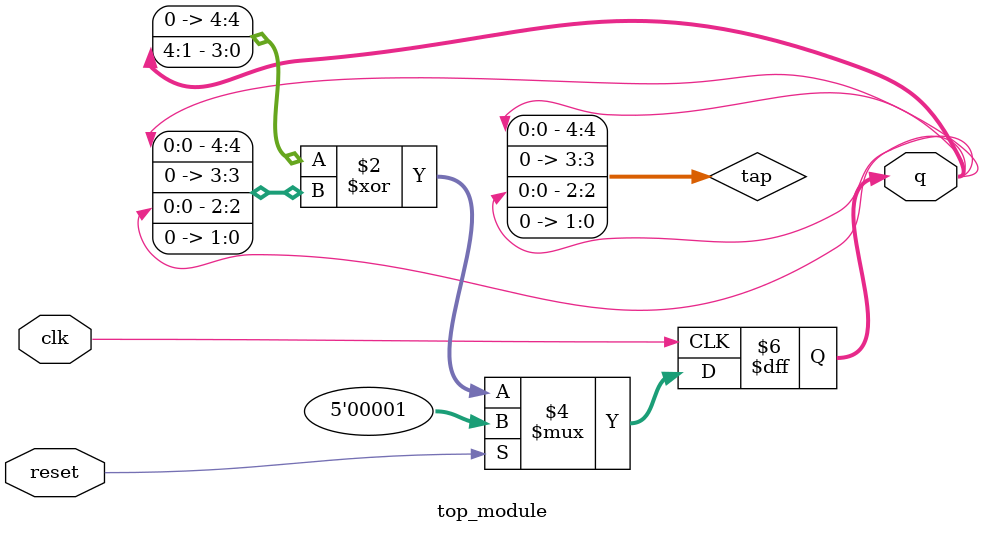
<source format=v>
module top_module(
  input clk,
  input reset,    // Active-high synchronous reset to 5'h1
  output [4:0] q
); 
  wire [4:0]tap;
  assign tap={q[0],1'b0,q[0],2'b00};
  
  always @(posedge clk)begin
      if (reset) q<=5'h1;
      else q<= {1'b0,q[4-:4]}^tap;
  end
        
endmodule

</source>
